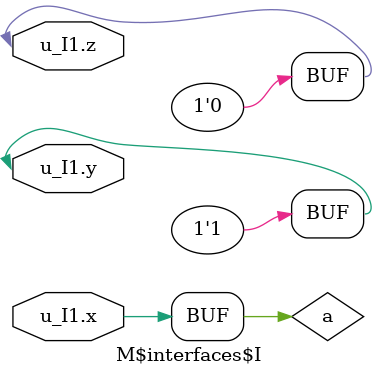
<source format=sv>

interface I;

  logic x;
  logic y;
  logic z;

endinterface

module M
  ( I u_I1
  );

  localparam bit Z = 1'b0;
  logic a;

  always_comb u_I1.z = Z;      // Constant
  always_comb u_I1.y = 1'b1;   // Literal
  always_comb u_I1.x = a;      // Signal

endmodule

module top;

  I u_I2 ();
  M u_M 
    ( .u_I1(u_I2)
    );

endmodule
</source>
